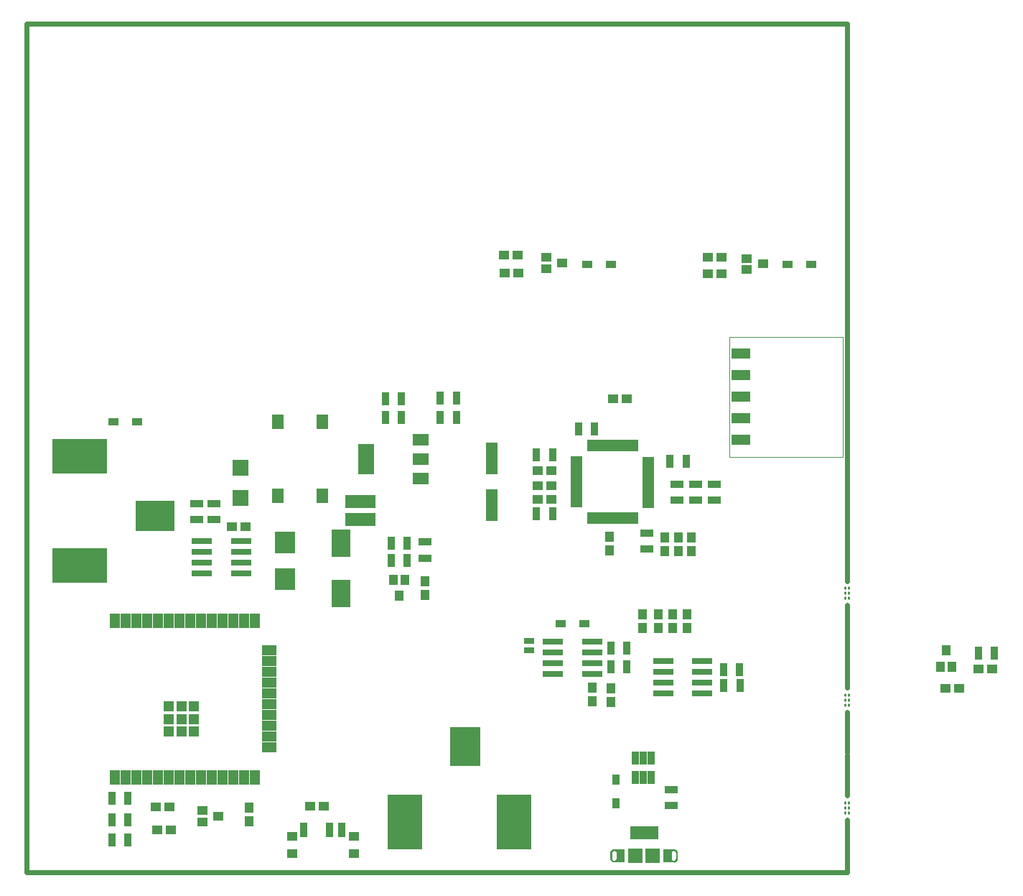
<source format=gtp>
G04*
G04 #@! TF.GenerationSoftware,Altium Limited,Altium Designer,21.6.1 (37)*
G04*
G04 Layer_Color=8421504*
%FSLAX25Y25*%
%MOIN*%
G70*
G04*
G04 #@! TF.SameCoordinates,ED18229B-BDCB-4A3C-9D88-49826DFA0344*
G04*
G04*
G04 #@! TF.FilePolarity,Positive*
G04*
G01*
G75*
%ADD22C,0.02362*%
%ADD23C,0.00984*%
%ADD24C,0.00394*%
%ADD25C,0.00000*%
%ADD26R,0.07519X0.04094*%
%ADD27R,0.03756X0.06118*%
%ADD28R,0.05724X0.02181*%
%ADD29R,0.02181X0.05724*%
%ADD30R,0.04150X0.04543*%
%ADD31R,0.04800X0.04100*%
%ADD32R,0.09268X0.02969*%
%ADD33R,0.06118X0.03756*%
%ADD34R,0.03362X0.06354*%
%ADD35R,0.03362X0.05134*%
%ADD36R,0.16354X0.25410*%
%ADD37R,0.13992X0.18323*%
%ADD38R,0.04100X0.04800*%
%ADD39R,0.08874X0.12811*%
%ADD40R,0.09347X0.09858*%
%ADD41R,0.05134X0.03362*%
%ADD42R,0.07299X0.07299*%
%ADD43R,0.04543X0.06906*%
%ADD44R,0.06906X0.04543*%
%ADD45R,0.04543X0.04543*%
%ADD46R,0.04543X0.04150*%
%ADD47R,0.04937X0.04150*%
%ADD48R,0.03756X0.06906*%
%ADD49R,0.04937X0.02969*%
%ADD50R,0.05724X0.14780*%
%ADD51R,0.14386X0.06118*%
%ADD52R,0.05724X0.06984*%
%ADD53R,0.08520X0.05095*%
%ADD54R,0.25410X0.16354*%
%ADD55R,0.18323X0.13992*%
%ADD56R,0.06906X0.07102*%
%ADD57R,0.02575X0.06315*%
%ADD58R,0.07299X0.05724*%
%ADD59R,0.07299X0.13992*%
G36*
X275955Y3709D02*
X271231D01*
X271127Y3712D01*
X271025Y3720D01*
X270922Y3733D01*
X270821Y3752D01*
X270721Y3776D01*
X270622Y3805D01*
X270525Y3840D01*
X270430Y3879D01*
X270337Y3923D01*
X270246Y3973D01*
X270158Y4027D01*
X270073Y4085D01*
X269992Y4148D01*
X269913Y4214D01*
X269839Y4285D01*
X269768Y4360D01*
X269701Y4439D01*
X269638Y4520D01*
X269580Y4605D01*
X269526Y4693D01*
X269477Y4784D01*
X269432Y4877D01*
X269393Y4972D01*
X269358Y5069D01*
X269329Y5168D01*
X269305Y5268D01*
X269286Y5370D01*
X269273Y5472D01*
X269265Y5574D01*
X269262Y5677D01*
Y7843D01*
X269265Y7946D01*
X269273Y8049D01*
X269286Y8151D01*
X269305Y8252D01*
X269329Y8352D01*
X269358Y8451D01*
X269393Y8548D01*
X269432Y8643D01*
X269477Y8736D01*
X269526Y8827D01*
X269580Y8915D01*
X269638Y9000D01*
X269701Y9082D01*
X269768Y9160D01*
X269839Y9235D01*
X269913Y9306D01*
X269992Y9373D01*
X270073Y9435D01*
X270158Y9494D01*
X270246Y9548D01*
X270337Y9597D01*
X270430Y9641D01*
X270525Y9680D01*
X270622Y9715D01*
X270721Y9744D01*
X270821Y9768D01*
X270922Y9787D01*
X271025Y9800D01*
X271127Y9809D01*
X271231Y9811D01*
X275955D01*
Y3709D01*
D02*
G37*
G36*
X298892Y9809D02*
X298995Y9800D01*
X299097Y9787D01*
X299199Y9768D01*
X299299Y9744D01*
X299398Y9715D01*
X299495Y9680D01*
X299590Y9641D01*
X299683Y9597D01*
X299774Y9548D01*
X299862Y9494D01*
X299947Y9435D01*
X300028Y9373D01*
X300107Y9306D01*
X300182Y9235D01*
X300252Y9160D01*
X300319Y9082D01*
X300382Y9000D01*
X300441Y8915D01*
X300494Y8827D01*
X300543Y8736D01*
X300588Y8643D01*
X300627Y8548D01*
X300662Y8451D01*
X300691Y8352D01*
X300715Y8252D01*
X300734Y8151D01*
X300747Y8049D01*
X300755Y7946D01*
X300758Y7843D01*
Y5677D01*
X300755Y5574D01*
X300747Y5472D01*
X300734Y5370D01*
X300715Y5268D01*
X300691Y5168D01*
X300662Y5069D01*
X300627Y4972D01*
X300588Y4877D01*
X300543Y4784D01*
X300494Y4693D01*
X300441Y4605D01*
X300382Y4520D01*
X300319Y4439D01*
X300252Y4360D01*
X300182Y4285D01*
X300107Y4214D01*
X300028Y4148D01*
X299947Y4085D01*
X299862Y4027D01*
X299774Y3973D01*
X299683Y3923D01*
X299590Y3879D01*
X299495Y3840D01*
X299398Y3805D01*
X299299Y3776D01*
X299199Y3752D01*
X299097Y3733D01*
X298995Y3720D01*
X298892Y3712D01*
X298790Y3709D01*
X294065D01*
Y9811D01*
X298790D01*
X298892Y9809D01*
D02*
G37*
%LPC*%
G36*
X271231Y9024D02*
X271179Y9023D01*
X271128Y9019D01*
X271076Y9012D01*
X271026Y9002D01*
X270976Y8990D01*
X270926Y8976D01*
X270878Y8958D01*
X270830Y8939D01*
X270784Y8917D01*
X270738Y8892D01*
X270694Y8865D01*
X270652Y8836D01*
X270611Y8805D01*
X270572Y8771D01*
X270534Y8736D01*
X270499Y8698D01*
X270466Y8659D01*
X270434Y8618D01*
X270405Y8576D01*
X270378Y8532D01*
X270354Y8486D01*
X270331Y8440D01*
X270312Y8392D01*
X270294Y8344D01*
X270280Y8294D01*
X270268Y8244D01*
X270258Y8194D01*
X270252Y8143D01*
X270248Y8091D01*
X270246Y8040D01*
Y5481D01*
X270248Y5429D01*
X270252Y5378D01*
X270258Y5327D01*
X270268Y5276D01*
X270280Y5226D01*
X270294Y5176D01*
X270312Y5128D01*
X270331Y5080D01*
X270354Y5034D01*
X270378Y4988D01*
X270405Y4944D01*
X270434Y4902D01*
X270466Y4861D01*
X270499Y4822D01*
X270534Y4785D01*
X270572Y4749D01*
X270611Y4716D01*
X270652Y4684D01*
X270694Y4655D01*
X270738Y4628D01*
X270784Y4604D01*
X270830Y4581D01*
X270878Y4562D01*
X270926Y4544D01*
X270976Y4530D01*
X271026Y4518D01*
X271076Y4508D01*
X271128Y4502D01*
X271179Y4498D01*
X271231Y4496D01*
X271282Y4498D01*
X271333Y4502D01*
X271384Y4508D01*
X271435Y4518D01*
X271485Y4530D01*
X271535Y4544D01*
X271583Y4562D01*
X271631Y4581D01*
X271677Y4604D01*
X271723Y4628D01*
X271766Y4655D01*
X271809Y4684D01*
X271850Y4716D01*
X271889Y4749D01*
X271926Y4785D01*
X271962Y4822D01*
X271995Y4861D01*
X272027Y4902D01*
X272056Y4944D01*
X272083Y4988D01*
X272108Y5034D01*
X272130Y5080D01*
X272149Y5128D01*
X272167Y5176D01*
X272181Y5226D01*
X272193Y5276D01*
X272203Y5327D01*
X272209Y5378D01*
X272213Y5429D01*
X272215Y5481D01*
Y8040D01*
X272213Y8091D01*
X272209Y8143D01*
X272203Y8194D01*
X272193Y8244D01*
X272181Y8294D01*
X272167Y8344D01*
X272149Y8392D01*
X272130Y8440D01*
X272108Y8486D01*
X272083Y8532D01*
X272056Y8576D01*
X272027Y8618D01*
X271995Y8659D01*
X271962Y8698D01*
X271926Y8736D01*
X271889Y8771D01*
X271850Y8805D01*
X271809Y8836D01*
X271766Y8865D01*
X271723Y8892D01*
X271677Y8917D01*
X271631Y8939D01*
X271583Y8958D01*
X271535Y8976D01*
X271485Y8990D01*
X271435Y9002D01*
X271384Y9012D01*
X271333Y9019D01*
X271282Y9023D01*
X271231Y9024D01*
D02*
G37*
G36*
X298790D02*
X298738Y9023D01*
X298687Y9019D01*
X298636Y9012D01*
X298585Y9002D01*
X298535Y8990D01*
X298485Y8976D01*
X298437Y8958D01*
X298389Y8939D01*
X298343Y8917D01*
X298297Y8892D01*
X298253Y8865D01*
X298211Y8836D01*
X298170Y8805D01*
X298131Y8771D01*
X298094Y8736D01*
X298058Y8698D01*
X298025Y8659D01*
X297993Y8618D01*
X297964Y8576D01*
X297937Y8532D01*
X297913Y8486D01*
X297890Y8440D01*
X297871Y8392D01*
X297853Y8344D01*
X297839Y8294D01*
X297827Y8244D01*
X297817Y8194D01*
X297811Y8143D01*
X297807Y8091D01*
X297805Y8040D01*
Y5481D01*
X297807Y5429D01*
X297811Y5378D01*
X297817Y5327D01*
X297827Y5276D01*
X297839Y5226D01*
X297853Y5176D01*
X297871Y5128D01*
X297890Y5080D01*
X297913Y5034D01*
X297937Y4988D01*
X297964Y4944D01*
X297993Y4902D01*
X298025Y4861D01*
X298058Y4822D01*
X298094Y4785D01*
X298131Y4749D01*
X298170Y4716D01*
X298211Y4684D01*
X298253Y4655D01*
X298297Y4628D01*
X298343Y4604D01*
X298389Y4581D01*
X298437Y4562D01*
X298485Y4544D01*
X298535Y4530D01*
X298585Y4518D01*
X298636Y4508D01*
X298687Y4502D01*
X298738Y4498D01*
X298790Y4496D01*
X298841Y4498D01*
X298892Y4502D01*
X298943Y4508D01*
X298994Y4518D01*
X299044Y4530D01*
X299094Y4544D01*
X299142Y4562D01*
X299190Y4581D01*
X299236Y4604D01*
X299282Y4628D01*
X299326Y4655D01*
X299368Y4684D01*
X299409Y4716D01*
X299448Y4749D01*
X299485Y4785D01*
X299521Y4822D01*
X299554Y4861D01*
X299586Y4902D01*
X299615Y4944D01*
X299642Y4988D01*
X299667Y5034D01*
X299689Y5080D01*
X299708Y5128D01*
X299726Y5176D01*
X299740Y5226D01*
X299752Y5276D01*
X299762Y5327D01*
X299768Y5378D01*
X299772Y5429D01*
X299774Y5481D01*
Y8040D01*
X299772Y8091D01*
X299768Y8143D01*
X299762Y8194D01*
X299752Y8244D01*
X299740Y8294D01*
X299726Y8344D01*
X299708Y8392D01*
X299689Y8440D01*
X299667Y8486D01*
X299642Y8532D01*
X299615Y8576D01*
X299586Y8618D01*
X299554Y8659D01*
X299521Y8698D01*
X299485Y8736D01*
X299448Y8771D01*
X299409Y8805D01*
X299368Y8836D01*
X299326Y8865D01*
X299282Y8892D01*
X299236Y8917D01*
X299190Y8939D01*
X299142Y8958D01*
X299094Y8976D01*
X299044Y8990D01*
X298994Y9002D01*
X298943Y9012D01*
X298892Y9019D01*
X298841Y9023D01*
X298790Y9024D01*
D02*
G37*
%LPD*%
D22*
X379134Y153150D02*
Y392913D01*
X-1575D02*
X379134D01*
X-1575Y-787D02*
Y392913D01*
Y-787D02*
X379134D01*
Y23622D01*
Y34646D02*
Y53543D01*
Y84646D02*
Y103543D01*
Y54724D02*
Y73622D01*
Y104331D02*
Y123228D01*
Y134252D02*
Y153150D01*
D23*
X378346Y31102D02*
Y31890D01*
Y28740D02*
Y29528D01*
Y26378D02*
Y27165D01*
X379921Y31102D02*
Y31890D01*
Y28740D02*
Y29528D01*
Y26378D02*
Y27165D01*
X378346Y81102D02*
Y81890D01*
Y78740D02*
Y79528D01*
Y76378D02*
Y77165D01*
X379921Y81102D02*
Y81890D01*
Y78740D02*
Y79528D01*
Y76378D02*
Y77165D01*
Y125984D02*
Y126772D01*
Y128347D02*
Y129134D01*
Y130709D02*
Y131496D01*
X378346Y125984D02*
Y126772D01*
Y128347D02*
Y129134D01*
Y130709D02*
Y131496D01*
D24*
X324485Y191908D02*
X377194Y191908D01*
X377194Y247452D02*
X377194Y191908D01*
X324485Y247452D02*
X377194Y247452D01*
X324485Y191908D02*
Y247452D01*
D25*
X298790Y3729D02*
Y4398D01*
X271231Y9122D02*
Y9792D01*
D26*
X330020Y199681D02*
D03*
X330021Y209680D02*
D03*
X330019Y219680D02*
D03*
X330020Y229679D02*
D03*
X330019Y239680D02*
D03*
D27*
X45286Y14131D02*
D03*
X37806D02*
D03*
X45286Y23579D02*
D03*
X37806D02*
D03*
X45286Y33422D02*
D03*
X37806D02*
D03*
X447680Y100810D02*
D03*
X440200D02*
D03*
X174963Y143781D02*
D03*
X167482D02*
D03*
X174963Y151944D02*
D03*
X167482D02*
D03*
X269460Y94409D02*
D03*
X276941D02*
D03*
X269460Y103070D02*
D03*
X276941D02*
D03*
X322019Y85747D02*
D03*
X329500D02*
D03*
X321823Y93228D02*
D03*
X329303D02*
D03*
X242532Y165332D02*
D03*
X235052D02*
D03*
X254480Y204780D02*
D03*
X261960D02*
D03*
X242532Y192891D02*
D03*
X235052D02*
D03*
X172255Y210193D02*
D03*
X164775D02*
D03*
X172255Y218855D02*
D03*
X164775D02*
D03*
X190365Y210193D02*
D03*
X197845D02*
D03*
X190365Y219248D02*
D03*
X197845D02*
D03*
X304500Y189860D02*
D03*
X297020D02*
D03*
D28*
X253556Y169466D02*
D03*
Y171434D02*
D03*
Y173403D02*
D03*
Y175371D02*
D03*
Y177340D02*
D03*
Y179308D02*
D03*
Y181277D02*
D03*
Y183245D02*
D03*
Y185214D02*
D03*
Y187182D02*
D03*
Y189151D02*
D03*
Y191119D02*
D03*
X287020Y190922D02*
D03*
Y188954D02*
D03*
Y179111D02*
D03*
Y181080D02*
D03*
Y183048D02*
D03*
Y185017D02*
D03*
Y186985D02*
D03*
Y177143D02*
D03*
Y171237D02*
D03*
Y173206D02*
D03*
Y175174D02*
D03*
Y169269D02*
D03*
D29*
X281115Y163560D02*
D03*
X279146D02*
D03*
X277178D02*
D03*
X275209D02*
D03*
X273241D02*
D03*
X271272D02*
D03*
X269304D02*
D03*
X267335D02*
D03*
X265367D02*
D03*
X263398D02*
D03*
X261430D02*
D03*
X259461D02*
D03*
Y197025D02*
D03*
X261430D02*
D03*
X271272D02*
D03*
X269304D02*
D03*
X267335D02*
D03*
X265367D02*
D03*
X263398D02*
D03*
X273241D02*
D03*
X279146D02*
D03*
X277178D02*
D03*
X275209D02*
D03*
X281115D02*
D03*
D30*
X425290Y102080D02*
D03*
X427849Y94600D02*
D03*
X422731D02*
D03*
X171223Y127338D02*
D03*
X168664Y134818D02*
D03*
X173782D02*
D03*
D31*
X446650Y93400D02*
D03*
X440350D02*
D03*
X431245Y84520D02*
D03*
X424945D02*
D03*
X93640Y159420D02*
D03*
X99940D02*
D03*
X58860Y18800D02*
D03*
X65160D02*
D03*
X58278Y29531D02*
D03*
X64578D02*
D03*
X129931Y29878D02*
D03*
X136231D02*
D03*
X235667Y172025D02*
D03*
X241967D02*
D03*
X235667Y178324D02*
D03*
X241967D02*
D03*
X235667Y185410D02*
D03*
X241967D02*
D03*
X270740Y218940D02*
D03*
X277040D02*
D03*
X220377Y277118D02*
D03*
X226677D02*
D03*
X226283Y285386D02*
D03*
X219983D02*
D03*
X314579Y276674D02*
D03*
X320879D02*
D03*
X320880Y284548D02*
D03*
X314580D02*
D03*
D32*
X242590Y106240D02*
D03*
Y101240D02*
D03*
Y96240D02*
D03*
Y91240D02*
D03*
X260897Y96240D02*
D03*
Y91240D02*
D03*
Y101240D02*
D03*
Y106240D02*
D03*
X293771Y97184D02*
D03*
Y92185D02*
D03*
Y87185D02*
D03*
Y82184D02*
D03*
X312078Y87185D02*
D03*
Y82184D02*
D03*
Y92185D02*
D03*
Y97184D02*
D03*
X79506Y152670D02*
D03*
Y137670D02*
D03*
X97813Y142670D02*
D03*
Y137670D02*
D03*
Y147670D02*
D03*
Y152670D02*
D03*
X79506Y142670D02*
D03*
Y147670D02*
D03*
D33*
X297649Y30075D02*
D03*
Y37555D02*
D03*
X183427Y144858D02*
D03*
Y152338D02*
D03*
X85433Y162802D02*
D03*
Y170282D02*
D03*
X77165D02*
D03*
Y162802D02*
D03*
X286144Y156446D02*
D03*
Y148965D02*
D03*
X300406Y179111D02*
D03*
Y171631D02*
D03*
X309068Y179111D02*
D03*
Y171631D02*
D03*
X317729Y179111D02*
D03*
Y171631D02*
D03*
D34*
X280860Y52220D02*
D03*
X284600D02*
D03*
X288340D02*
D03*
Y42968D02*
D03*
X284600D02*
D03*
X280860D02*
D03*
D35*
X272058Y31059D02*
D03*
Y42083D02*
D03*
D36*
X224604Y22352D02*
D03*
X173816D02*
D03*
D37*
X201769Y57588D02*
D03*
D38*
X183427Y134203D02*
D03*
Y127903D02*
D03*
X101586Y29181D02*
D03*
Y22881D02*
D03*
X300800Y148008D02*
D03*
Y154308D02*
D03*
X294501Y148008D02*
D03*
Y154308D02*
D03*
X307099D02*
D03*
Y148008D02*
D03*
X261024Y78331D02*
D03*
Y84631D02*
D03*
X269460Y78267D02*
D03*
Y84567D02*
D03*
X291508Y118819D02*
D03*
Y112519D02*
D03*
X298201Y112518D02*
D03*
Y118818D02*
D03*
X304893Y112518D02*
D03*
Y118818D02*
D03*
X284421Y118819D02*
D03*
Y112519D02*
D03*
X268910Y148402D02*
D03*
Y154702D02*
D03*
D39*
X144394Y128299D02*
D03*
Y151921D02*
D03*
D40*
X118409Y152256D02*
D03*
Y135051D02*
D03*
D41*
X38488Y208221D02*
D03*
X49512D02*
D03*
X246232Y114488D02*
D03*
X257256D02*
D03*
X351480Y281055D02*
D03*
X362504D02*
D03*
X269590D02*
D03*
X258567D02*
D03*
D42*
X97543Y172788D02*
D03*
Y186961D02*
D03*
D43*
X39236Y43233D02*
D03*
D03*
X44236D02*
D03*
X49236D02*
D03*
X54236D02*
D03*
X59236D02*
D03*
X64236D02*
D03*
X69236D02*
D03*
X74236D02*
D03*
X79236D02*
D03*
X84236D02*
D03*
X89236D02*
D03*
X94236D02*
D03*
X99236D02*
D03*
X104236D02*
D03*
X54236Y115701D02*
D03*
X79236D02*
D03*
X74236D02*
D03*
X84236D02*
D03*
X94236D02*
D03*
X104236D02*
D03*
X99236D02*
D03*
X89236D02*
D03*
X49236D02*
D03*
X64236D02*
D03*
X59236D02*
D03*
X44236D02*
D03*
X69236D02*
D03*
X39236D02*
D03*
D03*
D44*
X110890Y57012D02*
D03*
D03*
Y62012D02*
D03*
Y67012D02*
D03*
Y72012D02*
D03*
Y77012D02*
D03*
Y82012D02*
D03*
Y87012D02*
D03*
Y92012D02*
D03*
Y97012D02*
D03*
Y102012D02*
D03*
D45*
X64236Y64309D02*
D03*
Y70215D02*
D03*
Y76120D02*
D03*
X70142Y64309D02*
D03*
Y70215D02*
D03*
Y76120D02*
D03*
X76047Y64309D02*
D03*
Y70215D02*
D03*
Y76120D02*
D03*
D46*
X87412Y25135D02*
D03*
X79932Y22576D02*
D03*
Y27694D02*
D03*
X340170Y281359D02*
D03*
X332689Y278800D02*
D03*
Y283918D02*
D03*
X247058Y281847D02*
D03*
X239578Y279288D02*
D03*
Y284406D02*
D03*
D47*
X121467Y15705D02*
D03*
Y7831D02*
D03*
X150208D02*
D03*
Y15705D02*
D03*
D48*
X144696Y18658D02*
D03*
X138790D02*
D03*
X126979D02*
D03*
D49*
X231665Y106417D02*
D03*
Y102086D02*
D03*
D50*
X214410Y191017D02*
D03*
Y169363D02*
D03*
D51*
X153410Y162876D02*
D03*
Y171144D02*
D03*
D52*
X135464Y208107D02*
D03*
X114952D02*
D03*
Y173697D02*
D03*
X135464D02*
D03*
D53*
X330020Y199680D02*
D03*
X330020Y209680D02*
D03*
Y219680D02*
D03*
Y229680D02*
D03*
X330020Y239680D02*
D03*
D54*
X22772Y141496D02*
D03*
Y192284D02*
D03*
D55*
X58008Y164331D02*
D03*
D56*
X288947Y6760D02*
D03*
X281073D02*
D03*
D57*
X290128Y17390D02*
D03*
X287569D02*
D03*
X285010D02*
D03*
X282451D02*
D03*
X279892D02*
D03*
D58*
X181113Y181847D02*
D03*
Y190902D02*
D03*
Y199957D02*
D03*
D59*
X155916Y190902D02*
D03*
M02*

</source>
